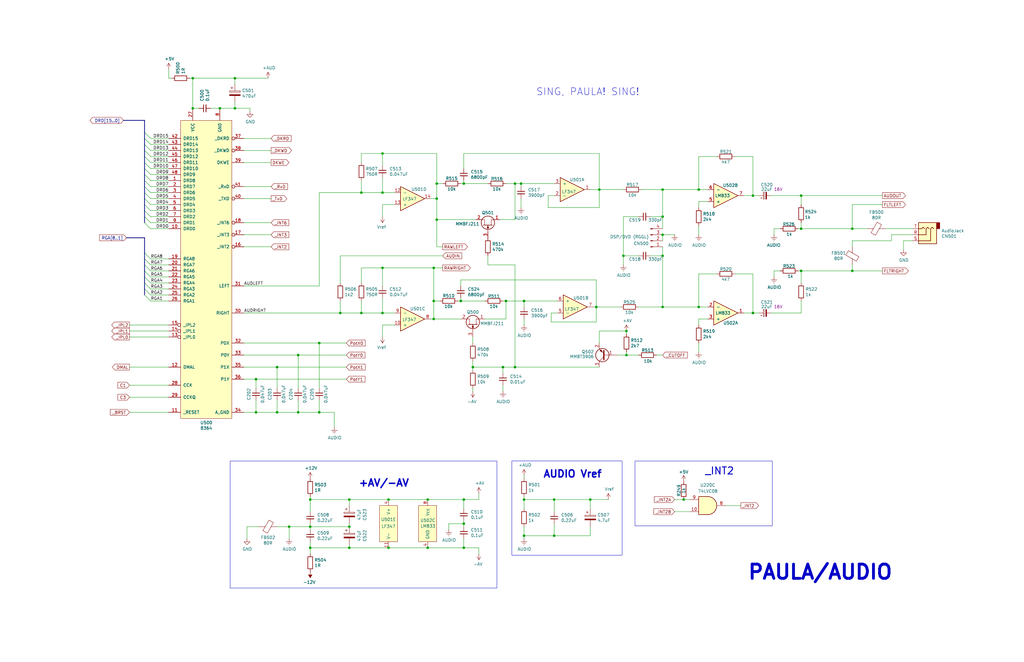
<source format=kicad_sch>
(kicad_sch (version 20231120) (generator "eeschema") (generator_version "8.0")
  (paper "B")
  (title_block (title "AMIGA PCI") (date "2025-01-11") (rev "5.0"))
  (junction (at 217.17 77.47))
  (junction (at 219.71 77.47))
  (junction (at 184.15 77.47))
  (junction (at 116.84 154.94))
  (junction (at 130.81 210.82))
  (junction (at 337.82 82.55))
  (junction (at 213.36 127))
  (junction (at 107.95 173.99))
  (junction (at 147.32 210.82))
  (junction (at 279.4 129.54))
  (junction (at 317.5 132.08))
  (junction (at 134.62 173.99))
  (junction (at 121.92 222.25))
  (junction (at 294.64 80.01))
  (junction (at 92.71 45.72))
  (junction (at 161.29 81.28))
  (junction (at 130.81 231.14))
  (junction (at 262.89 107.95))
  (junction (at 220.98 127))
  (junction (at 81.28 33.02))
  (junction (at 233.68 226.06))
  (junction (at 248.92 210.82))
  (junction (at 163.83 210.82))
  (junction (at 212.09 154.94))
  (junction (at 161.29 132.08))
  (junction (at 220.98 210.82))
  (junction (at 217.17 154.94))
  (junction (at 317.5 82.55))
  (junction (at 195.58 231.14))
  (junction (at 130.81 222.25))
  (junction (at 99.06 45.72))
  (junction (at 81.28 45.72))
  (junction (at 194.31 127))
  (junction (at 337.82 96.52))
  (junction (at 182.88 127))
  (junction (at 147.32 222.25))
  (junction (at 99.06 33.02))
  (junction (at 279.4 80.01))
  (junction (at 220.98 226.06))
  (junction (at 195.58 77.47))
  (junction (at 182.88 134.62))
  (junction (at 163.83 231.14))
  (junction (at 264.16 139.7))
  (junction (at 125.73 149.86))
  (junction (at 195.58 220.98))
  (junction (at 182.88 113.03))
  (junction (at 134.62 144.78))
  (junction (at 107.95 160.02))
  (junction (at 359.41 114.3))
  (junction (at 152.4 81.28))
  (junction (at 279.4 91.44))
  (junction (at 288.29 210.82))
  (junction (at 184.15 92.71))
  (junction (at 359.41 96.52))
  (junction (at 337.82 114.3))
  (junction (at 180.34 231.14))
  (junction (at 152.4 132.08))
  (junction (at 125.73 173.99))
  (junction (at 279.4 107.95))
  (junction (at 264.16 149.86))
  (junction (at 279.4 99.06))
  (junction (at 161.29 113.03))
  (junction (at 233.68 210.82))
  (junction (at 116.84 173.99))
  (junction (at 252.73 80.01))
  (junction (at 147.32 231.14))
  (junction (at 251.46 129.54))
  (junction (at 161.29 64.77))
  (junction (at 180.34 210.82))
  (junction (at 184.15 83.82))
  (junction (at 199.39 154.94))
  (junction (at 294.64 129.54))
  (junction (at 195.58 210.82))
  (junction (at 143.51 132.08))
  (bus_entry (at 63.5 66.04) (size -2.54 -2.54))
  (bus_entry (at 63.5 88.9) (size -2.54 -2.54))
  (bus_entry (at 63.5 60.96) (size -2.54 -2.54))
  (bus_entry (at 63.5 114.3) (size -2.54 -2.54))
  (bus_entry (at 63.5 119.38) (size -2.54 -2.54))
  (bus_entry (at 63.5 83.82) (size -2.54 -2.54))
  (bus_entry (at 63.5 76.2) (size -2.54 -2.54))
  (bus_entry (at 63.5 91.44) (size -2.54 -2.54))
  (bus_entry (at 63.5 81.28) (size -2.54 -2.54))
  (bus_entry (at 63.5 63.5) (size -2.54 -2.54))
  (bus_entry (at 63.5 111.76) (size -2.54 -2.54))
  (bus_entry (at 63.5 73.66) (size -2.54 -2.54))
  (bus_entry (at 63.5 58.42) (size -2.54 -2.54))
  (bus_entry (at 63.5 68.58) (size -2.54 -2.54))
  (bus_entry (at 63.5 124.46) (size -2.54 -2.54))
  (bus_entry (at 63.5 86.36) (size -2.54 -2.54))
  (bus_entry (at 63.5 121.92) (size -2.54 -2.54))
  (bus_entry (at 63.5 96.52) (size -2.54 -2.54))
  (bus_entry (at 63.5 78.74) (size -2.54 -2.54))
  (bus_entry (at 63.5 109.22) (size -2.54 -2.54))
  (bus_entry (at 63.5 127) (size -2.54 -2.54))
  (bus_entry (at 63.5 116.84) (size -2.54 -2.54))
  (bus_entry (at 63.5 93.98) (size -2.54 -2.54))
  (bus_entry (at 63.5 71.12) (size -2.54 -2.54))
  (wire (pts (xy 54.61 142.24) (xy 71.12 142.24)))
  (wire (pts (xy 99.06 45.72) (xy 99.06 43.18)))
  (wire (pts (xy 130.81 210.82) (xy 147.32 210.82)))
  (wire (pts (xy 147.32 220.98) (xy 147.32 222.25)))
  (wire (pts (xy 337.82 96.52) (xy 359.41 96.52)))
  (wire (pts (xy 317.5 82.55) (xy 317.5 66.04)))
  (wire (pts (xy 107.95 160.02) (xy 107.95 163.83)))
  (wire (pts (xy 233.68 220.98) (xy 233.68 226.06)))
  (wire (pts (xy 71.12 124.46) (xy 63.5 124.46)))
  (wire (pts (xy 210.82 92.71) (xy 217.17 92.71)))
  (bus (pts (xy 60.96 63.5) (xy 60.96 66.04)))
  (wire (pts (xy 182.88 113.03) (xy 161.29 113.03)))
  (wire (pts (xy 104.14 222.25) (xy 109.22 222.25)))
  (bus (pts (xy 60.96 81.28) (xy 60.96 83.82)))
  (wire (pts (xy 217.17 154.94) (xy 252.73 154.94)))
  (bus (pts (xy 60.96 88.9) (xy 60.96 91.44)))
  (bus (pts (xy 60.96 106.68) (xy 60.96 109.22)))
  (wire (pts (xy 182.88 134.62) (xy 182.88 127)))
  (wire (pts (xy 212.09 162.56) (xy 212.09 165.1)))
  (wire (pts (xy 102.87 173.99) (xy 107.95 173.99)))
  (wire (pts (xy 381 101.6) (xy 381 105.41)))
  (wire (pts (xy 264.16 148.59) (xy 264.16 149.86)))
  (wire (pts (xy 205.74 111.76) (xy 217.17 111.76)))
  (wire (pts (xy 71.12 66.04) (xy 63.5 66.04)))
  (wire (pts (xy 161.29 81.28) (xy 166.37 81.28)))
  (wire (pts (xy 71.12 63.5) (xy 63.5 63.5)))
  (bus (pts (xy 60.96 50.8) (xy 60.96 55.88)))
  (wire (pts (xy 184.15 92.71) (xy 184.15 104.14)))
  (wire (pts (xy 294.64 66.04) (xy 294.64 80.01)))
  (wire (pts (xy 336.55 114.3) (xy 337.82 114.3)))
  (wire (pts (xy 184.15 83.82) (xy 184.15 92.71)))
  (wire (pts (xy 217.17 77.47) (xy 219.71 77.47)))
  (wire (pts (xy 161.29 74.93) (xy 161.29 81.28)))
  (wire (pts (xy 359.41 101.6) (xy 375.92 101.6)))
  (wire (pts (xy 54.61 173.99) (xy 71.12 173.99)))
  (wire (pts (xy 71.12 93.98) (xy 63.5 93.98)))
  (wire (pts (xy 284.48 215.9) (xy 290.83 215.9)))
  (wire (pts (xy 262.89 107.95) (xy 269.24 107.95)))
  (wire (pts (xy 182.88 127) (xy 185.42 127)))
  (wire (pts (xy 220.98 210.82) (xy 220.98 214.63)))
  (wire (pts (xy 102.87 154.94) (xy 116.84 154.94)))
  (wire (pts (xy 302.26 66.04) (xy 294.64 66.04)))
  (wire (pts (xy 262.89 111.76) (xy 262.89 107.95)))
  (wire (pts (xy 359.41 114.3) (xy 359.41 111.76)))
  (wire (pts (xy 234.95 132.08) (xy 232.41 132.08)))
  (wire (pts (xy 212.09 154.94) (xy 212.09 157.48)))
  (wire (pts (xy 152.4 64.77) (xy 161.29 64.77)))
  (wire (pts (xy 195.58 210.82) (xy 201.93 210.82)))
  (wire (pts (xy 279.4 107.95) (xy 279.4 129.54)))
  (wire (pts (xy 302.26 115.57) (xy 294.64 115.57)))
  (wire (pts (xy 294.64 134.62) (xy 294.64 137.16)))
  (wire (pts (xy 130.81 222.25) (xy 147.32 222.25)))
  (wire (pts (xy 313.69 82.55) (xy 317.5 82.55)))
  (wire (pts (xy 231.14 82.55) (xy 233.68 82.55)))
  (wire (pts (xy 152.4 68.58) (xy 152.4 64.77)))
  (wire (pts (xy 134.62 173.99) (xy 140.97 173.99)))
  (wire (pts (xy 71.12 33.02) (xy 72.39 33.02)))
  (wire (pts (xy 204.47 134.62) (xy 213.36 134.62)))
  (wire (pts (xy 199.39 142.24) (xy 199.39 144.78)))
  (wire (pts (xy 375.92 99.06) (xy 384.81 99.06)))
  (wire (pts (xy 233.68 226.06) (xy 248.92 226.06)))
  (wire (pts (xy 294.64 80.01) (xy 298.45 80.01)))
  (wire (pts (xy 152.4 132.08) (xy 161.29 132.08)))
  (wire (pts (xy 269.24 91.44) (xy 262.89 91.44)))
  (wire (pts (xy 71.12 86.36) (xy 63.5 86.36)))
  (wire (pts (xy 130.81 210.82) (xy 130.81 215.9)))
  (wire (pts (xy 182.88 113.03) (xy 182.88 127)))
  (wire (pts (xy 269.24 129.54) (xy 279.4 129.54)))
  (wire (pts (xy 121.92 222.25) (xy 116.84 222.25)))
  (wire (pts (xy 147.32 231.14) (xy 163.83 231.14)))
  (wire (pts (xy 130.81 209.55) (xy 130.81 210.82)))
  (wire (pts (xy 274.32 107.95) (xy 279.4 107.95)))
  (bus (pts (xy 60.96 73.66) (xy 60.96 76.2)))
  (wire (pts (xy 195.58 77.47) (xy 205.74 77.47)))
  (wire (pts (xy 181.61 83.82) (xy 184.15 83.82)))
  (wire (pts (xy 195.58 64.77) (xy 252.73 64.77)))
  (wire (pts (xy 220.98 209.55) (xy 220.98 210.82)))
  (wire (pts (xy 147.32 231.14) (xy 130.81 231.14)))
  (wire (pts (xy 373.38 96.52) (xy 384.81 96.52)))
  (wire (pts (xy 116.84 154.94) (xy 146.05 154.94)))
  (wire (pts (xy 152.4 81.28) (xy 161.29 81.28)))
  (wire (pts (xy 161.29 86.36) (xy 161.29 91.44)))
  (wire (pts (xy 182.88 134.62) (xy 194.31 134.62)))
  (wire (pts (xy 184.15 83.82) (xy 184.15 77.47)))
  (wire (pts (xy 184.15 77.47) (xy 184.15 64.77)))
  (wire (pts (xy 359.41 96.52) (xy 359.41 86.36)))
  (wire (pts (xy 252.73 80.01) (xy 252.73 64.77)))
  (wire (pts (xy 143.51 132.08) (xy 152.4 132.08)))
  (wire (pts (xy 317.5 115.57) (xy 309.88 115.57)))
  (wire (pts (xy 248.92 210.82) (xy 256.54 210.82)))
  (wire (pts (xy 152.4 76.2) (xy 152.4 81.28)))
  (wire (pts (xy 233.68 215.9) (xy 233.68 210.82)))
  (wire (pts (xy 252.73 139.7) (xy 264.16 139.7)))
  (wire (pts (xy 107.95 160.02) (xy 146.05 160.02)))
  (wire (pts (xy 71.12 83.82) (xy 63.5 83.82)))
  (wire (pts (xy 231.14 82.55) (xy 231.14 87.63)))
  (wire (pts (xy 220.98 227.33) (xy 220.98 226.06)))
  (wire (pts (xy 114.3 99.06) (xy 102.87 99.06)))
  (wire (pts (xy 326.39 96.52) (xy 326.39 99.06)))
  (wire (pts (xy 71.12 76.2) (xy 63.5 76.2)))
  (wire (pts (xy 81.28 33.02) (xy 99.06 33.02)))
  (wire (pts (xy 152.4 127) (xy 152.4 132.08)))
  (wire (pts (xy 102.87 144.78) (xy 134.62 144.78)))
  (wire (pts (xy 217.17 111.76) (xy 217.17 154.94)))
  (wire (pts (xy 184.15 77.47) (xy 186.69 77.47)))
  (wire (pts (xy 279.4 80.01) (xy 294.64 80.01)))
  (wire (pts (xy 279.4 91.44) (xy 279.4 80.01)))
  (wire (pts (xy 248.92 80.01) (xy 252.73 80.01)))
  (wire (pts (xy 294.64 85.09) (xy 294.64 87.63)))
  (wire (pts (xy 116.84 154.94) (xy 116.84 163.83)))
  (wire (pts (xy 220.98 134.62) (xy 220.98 137.16)))
  (wire (pts (xy 195.58 227.33) (xy 195.58 231.14)))
  (wire (pts (xy 184.15 104.14) (xy 186.69 104.14)))
  (bus (pts (xy 60.96 66.04) (xy 60.96 68.58)))
  (wire (pts (xy 219.71 83.82) (xy 219.71 87.63)))
  (wire (pts (xy 186.69 107.95) (xy 143.51 107.95)))
  (wire (pts (xy 194.31 127) (xy 204.47 127)))
  (wire (pts (xy 317.5 66.04) (xy 309.88 66.04)))
  (wire (pts (xy 359.41 86.36) (xy 372.11 86.36)))
  (bus (pts (xy 60.96 50.8) (xy 52.07 50.8)))
  (wire (pts (xy 71.12 127) (xy 63.5 127)))
  (bus (pts (xy 60.96 71.12) (xy 60.96 73.66)))
  (wire (pts (xy 264.16 149.86) (xy 269.24 149.86)))
  (wire (pts (xy 288.29 210.82) (xy 290.83 210.82)))
  (wire (pts (xy 232.41 135.89) (xy 251.46 135.89)))
  (wire (pts (xy 359.41 114.3) (xy 372.11 114.3)))
  (wire (pts (xy 248.92 214.63) (xy 248.92 210.82)))
  (wire (pts (xy 130.81 222.25) (xy 130.81 223.52)))
  (wire (pts (xy 54.61 139.7) (xy 71.12 139.7)))
  (wire (pts (xy 104.14 222.25) (xy 104.14 227.33)))
  (wire (pts (xy 194.31 125.73) (xy 194.31 127)))
  (wire (pts (xy 130.81 233.68) (xy 130.81 231.14)))
  (wire (pts (xy 80.01 33.02) (xy 81.28 33.02)))
  (wire (pts (xy 71.12 88.9) (xy 63.5 88.9)))
  (wire (pts (xy 143.51 127) (xy 143.51 132.08)))
  (wire (pts (xy 71.12 73.66) (xy 63.5 73.66)))
  (wire (pts (xy 134.62 144.78) (xy 134.62 163.83)))
  (wire (pts (xy 195.58 231.14) (xy 201.93 231.14)))
  (wire (pts (xy 326.39 114.3) (xy 326.39 116.84)))
  (wire (pts (xy 252.73 80.01) (xy 262.89 80.01)))
  (wire (pts (xy 121.92 222.25) (xy 121.92 227.33)))
  (wire (pts (xy 233.68 210.82) (xy 248.92 210.82)))
  (wire (pts (xy 337.82 114.3) (xy 359.41 114.3)))
  (wire (pts (xy 114.3 63.5) (xy 102.87 63.5)))
  (wire (pts (xy 161.29 125.73) (xy 161.29 132.08)))
  (wire (pts (xy 220.98 226.06) (xy 233.68 226.06)))
  (wire (pts (xy 220.98 127) (xy 234.95 127)))
  (bus (pts (xy 60.96 91.44) (xy 60.96 93.98)))
  (wire (pts (xy 270.51 80.01) (xy 279.4 80.01)))
  (wire (pts (xy 99.06 35.56) (xy 99.06 33.02)))
  (wire (pts (xy 147.32 210.82) (xy 163.83 210.82)))
  (wire (pts (xy 71.12 109.22) (xy 63.5 109.22)))
  (wire (pts (xy 359.41 96.52) (xy 365.76 96.52)))
  (wire (pts (xy 279.4 91.44) (xy 279.4 96.52)))
  (wire (pts (xy 114.3 83.82) (xy 102.87 83.82)))
  (wire (pts (xy 147.32 210.82) (xy 147.32 213.36)))
  (wire (pts (xy 163.83 231.14) (xy 180.34 231.14)))
  (wire (pts (xy 161.29 132.08) (xy 166.37 132.08)))
  (wire (pts (xy 199.39 154.94) (xy 212.09 154.94)))
  (wire (pts (xy 201.93 231.14) (xy 201.93 233.68)))
  (wire (pts (xy 279.4 99.06) (xy 284.48 99.06)))
  (wire (pts (xy 328.93 96.52) (xy 326.39 96.52)))
  (wire (pts (xy 114.3 68.58) (xy 102.87 68.58)))
  (wire (pts (xy 107.95 173.99) (xy 116.84 173.99)))
  (wire (pts (xy 161.29 113.03) (xy 152.4 113.03)))
  (bus (pts (xy 60.96 58.42) (xy 60.96 60.96)))
  (wire (pts (xy 54.61 154.94) (xy 71.12 154.94)))
  (wire (pts (xy 262.89 91.44) (xy 262.89 107.95)))
  (wire (pts (xy 71.12 60.96) (xy 63.5 60.96)))
  (wire (pts (xy 359.41 104.14) (xy 359.41 101.6)))
  (wire (pts (xy 130.81 231.14) (xy 130.81 228.6)))
  (bus (pts (xy 60.96 60.96) (xy 60.96 63.5)))
  (wire (pts (xy 166.37 86.36) (xy 161.29 86.36)))
  (wire (pts (xy 298.45 85.09) (xy 294.64 85.09)))
  (wire (pts (xy 125.73 168.91) (xy 125.73 173.99)))
  (wire (pts (xy 114.3 78.74) (xy 102.87 78.74)))
  (wire (pts (xy 231.14 87.63) (xy 252.73 87.63)))
  (bus (pts (xy 60.96 100.33) (xy 53.34 100.33)))
  (wire (pts (xy 298.45 134.62) (xy 294.64 134.62)))
  (wire (pts (xy 102.87 160.02) (xy 107.95 160.02)))
  (wire (pts (xy 125.73 173.99) (xy 134.62 173.99)))
  (wire (pts (xy 375.92 101.6) (xy 375.92 99.06)))
  (wire (pts (xy 71.12 119.38) (xy 63.5 119.38)))
  (wire (pts (xy 337.82 86.36) (xy 337.82 82.55)))
  (wire (pts (xy 219.71 78.74) (xy 219.71 77.47)))
  (wire (pts (xy 163.83 210.82) (xy 180.34 210.82)))
  (wire (pts (xy 125.73 149.86) (xy 146.05 149.86)))
  (wire (pts (xy 337.82 127) (xy 337.82 132.08)))
  (wire (pts (xy 134.62 81.28) (xy 152.4 81.28)))
  (wire (pts (xy 180.34 210.82) (xy 195.58 210.82)))
  (wire (pts (xy 71.12 71.12) (xy 63.5 71.12)))
  (wire (pts (xy 189.23 220.98) (xy 189.23 223.52)))
  (wire (pts (xy 279.4 91.44) (xy 274.32 91.44)))
  (wire (pts (xy 317.5 132.08) (xy 317.5 115.57)))
  (wire (pts (xy 279.4 99.06) (xy 279.4 101.6)))
  (wire (pts (xy 195.58 219.71) (xy 195.58 220.98)))
  (wire (pts (xy 184.15 92.71) (xy 200.66 92.71)))
  (wire (pts (xy 116.84 173.99) (xy 125.73 173.99)))
  (wire (pts (xy 189.23 220.98) (xy 195.58 220.98)))
  (wire (pts (xy 140.97 180.34) (xy 140.97 173.99)))
  (wire (pts (xy 199.39 152.4) (xy 199.39 154.94)))
  (wire (pts (xy 294.64 115.57) (xy 294.64 129.54)))
  (wire (pts (xy 71.12 78.74) (xy 63.5 78.74)))
  (bus (pts (xy 60.96 121.92) (xy 60.96 124.46)))
  (wire (pts (xy 107.95 168.91) (xy 107.95 173.99)))
  (wire (pts (xy 325.12 132.08) (xy 337.82 132.08)))
  (wire (pts (xy 325.12 82.55) (xy 337.82 82.55)))
  (wire (pts (xy 220.98 200.66) (xy 220.98 201.93)))
  (wire (pts (xy 180.34 231.14) (xy 195.58 231.14)))
  (wire (pts (xy 217.17 77.47) (xy 213.36 77.47)))
  (wire (pts (xy 220.98 129.54) (xy 220.98 127)))
  (wire (pts (xy 102.87 132.08) (xy 143.51 132.08)))
  (wire (pts (xy 336.55 96.52) (xy 337.82 96.52)))
  (wire (pts (xy 284.48 210.82) (xy 288.29 210.82)))
  (wire (pts (xy 195.58 71.12) (xy 195.58 64.77)))
  (wire (pts (xy 337.82 114.3) (xy 337.82 119.38)))
  (wire (pts (xy 181.61 134.62) (xy 182.88 134.62)))
  (wire (pts (xy 161.29 64.77) (xy 161.29 69.85)))
  (wire (pts (xy 71.12 68.58) (xy 63.5 68.58)))
  (bus (pts (xy 60.96 86.36) (xy 60.96 88.9)))
  (wire (pts (xy 182.88 113.03) (xy 186.69 113.03)))
  (wire (pts (xy 220.98 222.25) (xy 220.98 226.06)))
  (wire (pts (xy 294.64 95.25) (xy 294.64 99.06)))
  (wire (pts (xy 147.32 231.14) (xy 147.32 229.87)))
  (wire (pts (xy 114.3 104.14) (xy 102.87 104.14)))
  (wire (pts (xy 71.12 121.92) (xy 63.5 121.92)))
  (wire (pts (xy 217.17 92.71) (xy 217.17 77.47)))
  (wire (pts (xy 337.82 96.52) (xy 337.82 93.98)))
  (wire (pts (xy 219.71 77.47) (xy 233.68 77.47)))
  (wire (pts (xy 134.62 144.78) (xy 146.05 144.78)))
  (wire (pts (xy 54.61 137.16) (xy 71.12 137.16)))
  (wire (pts (xy 276.86 149.86) (xy 279.4 149.86)))
  (wire (pts (xy 116.84 168.91) (xy 116.84 173.99)))
  (wire (pts (xy 199.39 154.94) (xy 199.39 156.21)))
  (wire (pts (xy 195.58 220.98) (xy 195.58 222.25)))
  (wire (pts (xy 279.4 104.14) (xy 279.4 107.95)))
  (wire (pts (xy 212.09 154.94) (xy 217.17 154.94)))
  (bus (pts (xy 60.96 100.33) (xy 60.96 106.68)))
  (wire (pts (xy 114.3 93.98) (xy 102.87 93.98)))
  (wire (pts (xy 71.12 91.44) (xy 63.5 91.44)))
  (wire (pts (xy 248.92 226.06) (xy 248.92 222.25)))
  (wire (pts (xy 71.12 81.28) (xy 63.5 81.28)))
  (wire (pts (xy 328.93 114.3) (xy 326.39 114.3)))
  (wire (pts (xy 161.29 64.77) (xy 184.15 64.77)))
  (wire (pts (xy 306.07 213.36) (xy 312.42 213.36)))
  (wire (pts (xy 260.35 149.86) (xy 264.16 149.86)))
  (wire (pts (xy 205.74 107.95) (xy 205.74 111.76)))
  (wire (pts (xy 213.36 127) (xy 220.98 127)))
  (wire (pts (xy 320.04 132.08) (xy 317.5 132.08)))
  (bus (pts (xy 60.96 111.76) (xy 60.96 114.3)))
  (wire (pts (xy 384.81 101.6) (xy 381 101.6)))
  (wire (pts (xy 99.06 33.02) (xy 113.03 33.02)))
  (bus (pts (xy 60.96 78.74) (xy 60.96 81.28)))
  (wire (pts (xy 143.51 107.95) (xy 143.51 119.38)))
  (bus (pts (xy 60.96 114.3) (xy 60.96 116.84)))
  (wire (pts (xy 71.12 116.84) (xy 63.5 116.84)))
  (wire (pts (xy 102.87 149.86) (xy 125.73 149.86)))
  (wire (pts (xy 279.4 129.54) (xy 294.64 129.54)))
  (wire (pts (xy 294.64 129.54) (xy 298.45 129.54)))
  (wire (pts (xy 193.04 127) (xy 194.31 127)))
  (wire (pts (xy 102.87 120.65) (xy 134.62 120.65)))
  (wire (pts (xy 194.31 118.11) (xy 251.46 118.11)))
  (wire (pts (xy 71.12 29.21) (xy 71.12 33.02)))
  (wire (pts (xy 81.28 45.72) (xy 81.28 33.02)))
  (wire (pts (xy 294.64 144.78) (xy 294.64 148.59)))
  (wire (pts (xy 251.46 129.54) (xy 261.62 129.54)))
  (wire (pts (xy 195.58 76.2) (xy 195.58 77.47)))
  (wire (pts (xy 71.12 96.52) (xy 63.5 96.52)))
  (wire (pts (xy 92.71 45.72) (xy 99.06 45.72)))
  (bus (pts (xy 60.96 116.84) (xy 60.96 119.38)))
  (bus (pts (xy 60.96 76.2) (xy 60.96 78.74)))
  (wire (pts (xy 88.9 45.72) (xy 92.71 45.72)))
  (wire (pts (xy 213.36 127) (xy 212.09 127)))
  (wire (pts (xy 251.46 135.89) (xy 251.46 129.54)))
  (wire (pts (xy 99.06 45.72) (xy 105.41 45.72)))
  (wire (pts (xy 213.36 134.62) (xy 213.36 127)))
  (wire (pts (xy 83.82 45.72) (xy 81.28 45.72)))
  (bus (pts (xy 60.96 68.58) (xy 60.96 71.12)))
  (wire (pts (xy 252.73 87.63) (xy 252.73 80.01)))
  (wire (pts (xy 152.4 113.03) (xy 152.4 119.38)))
  (bus (pts (xy 60.96 55.88) (xy 60.96 58.42)))
  (wire (pts (xy 134.62 168.91) (xy 134.62 173.99)))
  (wire (pts (xy 114.3 58.42) (xy 102.87 58.42)))
  (wire (pts (xy 201.93 210.82) (xy 201.93 208.28)))
  (wire (pts (xy 130.81 220.98) (xy 130.81 222.25)))
  (wire (pts (xy 134.62 120.65) (xy 134.62 81.28)))
  (wire (pts (xy 220.98 210.82) (xy 233.68 210.82)))
  (wire (pts (xy 54.61 167.64) (xy 71.12 167.64)))
  (bus (pts (xy 60.96 83.82) (xy 60.96 86.36)))
  (wire (pts (xy 313.69 132.08) (xy 317.5 132.08)))
  (wire (pts (xy 199.39 163.83) (xy 199.39 165.1)))
  (wire (pts (xy 194.31 77.47) (xy 195.58 77.47)))
  (wire (pts (xy 125.73 149.86) (xy 125.73 163.83)))
  (wire (pts (xy 264.16 139.7) (xy 264.16 140.97)))
  (wire (pts (xy 232.41 132.08) (xy 232.41 135.89)))
  (bus (pts (xy 60.96 109.22) (xy 60.96 111.76)))
  (wire (pts (xy 105.41 45.72) (xy 105.41 46.99)))
  (wire (pts (xy 166.37 137.16) (xy 161.29 137.16)))
  (wire (pts (xy 54.61 162.56) (xy 71.12 162.56)))
  (wire (pts (xy 194.31 120.65) (xy 194.31 118.11)))
  (wire (pts (xy 71.12 114.3) (xy 63.5 114.3)))
  (wire (pts (xy 251.46 129.54) (xy 251.46 118.11)))
  (wire (pts (xy 161.29 113.03) (xy 161.29 120.65)))
  (wire (pts (xy 337.82 82.55) (xy 372.11 82.55)))
  (wire (pts (xy 71.12 58.42) (xy 63.5 58.42)))
  (wire (pts (xy 195.58 210.82) (xy 195.58 214.63)))
  (wire (pts (xy 161.29 137.16) (xy 161.29 142.24)))
  (wire (pts (xy 121.92 222.25) (xy 130.81 222.25)))
  (wire (pts (xy 252.73 144.78) (xy 252.73 139.7)))
  (bus (pts (xy 60.96 119.38) (xy 60.96 121.92)))
  (wire (pts (xy 71.12 111.76) (xy 63.5 111.76)))
  (wire (pts (xy 320.04 82.55) (xy 317.5 82.55)))
  (wire (pts (xy 250.19 129.54) (xy 251.46 129.54)))
  (rectangle (start 215.8492 194.5386) (end 262.3312 234.2896))
  (rectangle (start 97.028 194.564) (end 209.55 248.158))
  (rectangle (start 267.7668 194.564) (end 325.7 221.8944))
  (text "AUDIO Vref" (at 254 201.93 0) (effects (font (size 3 3) (thickness 0.6) (bold yes)) (justify right bottom)))
  (text "SING, PAULA! SING!" (at 226.06 40.64 0) (effects (font (size 3 3)) (justify left bottom)))
  (text "+AV/-AV" (at 172.72 205.74 0) (effects (font (size 3 3) (thickness 0.6) (bold yes)) (justify right bottom)))
  (text "_INT2" (at 297.18 200.66 0) (effects (font (size 3 3) (thickness 0.4) (bold yes)) (justify left bottom)))
  (text "PAULA/AUDIO" (at 314.96 245.11 0) (effects (font (size 6 6) (thickness 1.2) (bold yes)) (justify left bottom)))
  (label "DRD2" (at 71.12 91.44 180) (effects (font (size 1.2954 1.2954))))
  (label "DRD3" (at 71.12 88.9 180) (effects (font (size 1.2954 1.2954))))
  (label "DRD6" (at 71.12 81.28 180) (effects (font (size 1.2954 1.2954))))
  (label "DRD14" (at 71.12 60.96 180) (effects (font (size 1.2954 1.2954))))
  (label "DRD7" (at 71.12 78.74 180) (effects (font (size 1.2954 1.2954))))
  (label "DRD0" (at 71.12 96.52 180) (effects (font (size 1.2954 1.2954))))
  (label "RGA7" (at 63.5 111.76 0) (effects (font (size 1.2954 1.2954))))
  (label "RGA4" (at 63.5 119.38 0) (effects (font (size 1.2954 1.2954))))
  (label "DRD4" (at 71.12 86.36 180) (effects (font (size 1.2954 1.2954))))
  (label "RGA6" (at 63.5 114.3 0) (effects (font (size 1.2954 1.2954))))
  (label "DRD5" (at 71.12 83.82 180) (effects (font (size 1.2954 1.2954))))
  (label "RGA3" (at 63.5 121.92 0) (effects (font (size 1.2954 1.2954))))
  (label "AUDRIGHT" (at 102.87 132.08 0))
  (label "DRD11" (at 71.12 68.58 180) (effects (font (size 1.2954 1.2954))))
  (label "RGA2" (at 63.5 124.46 0) (effects (font (size 1.2954 1.2954))))
  (label "DRD8" (at 71.12 76.2 180) (effects (font (size 1.2954 1.2954))))
  (label "DRD1" (at 71.12 93.98 180) (effects (font (size 1.2954 1.2954))))
  (label "DRD9" (at 71.12 73.66 180) (effects (font (size 1.2954 1.2954))))
  (label "DRD13" (at 71.12 63.5 180) (effects (font (size 1.2954 1.2954))))
  (label "DRD15" (at 71.12 58.42 180) (effects (font (size 1.2954 1.2954))))
  (label "RGA8" (at 63.5 109.22 0) (effects (font (size 1.2954 1.2954))))
  (label "AUDLEFT" (at 102.87 120.65 0))
  (label "RGA5" (at 63.5 116.84 0) (effects (font (size 1.2954 1.2954))))
  (label "DRD10" (at 71.12 71.12 180) (effects (font (size 1.2954 1.2954))))
  (label "RGA1" (at 63.5 127 0) (effects (font (size 1.2954 1.2954))))
  (label "DRD12" (at 71.12 66.04 180) (effects (font (size 1.2954 1.2954))))
  (global_label "_INT2" (shape input) (at 114.3 104.14 0) (property "Intersheetrefs" "${INTERSHEET_REFS}" (at 122.2858 104.14 0) (effects (justify left))))
  (global_label "FLTRIGHT" (shape output) (at 372.11 114.3 0) (property "Intersheetrefs" "${INTERSHEET_REFS}" (at 383.543 114.3 0) (effects (justify left))))
  (global_label "PotX1" (shape input) (at 146.05 154.94 0) (property "Intersheetrefs" "${INTERSHEET_REFS}" (at 154.5195 154.94 0) (effects (justify left))))
  (global_label "DMAL" (shape output) (at 54.61 154.94 180) (property "Intersheetrefs" "${INTERSHEET_REFS}" (at 46.8661 154.94 0) (effects (justify right))))
  (global_label "_INT2A" (shape input) (at 284.48 210.82 180) (property "Intersheetrefs" "${INTERSHEET_REFS}" (at 275.3262 210.82 0) (effects (justify right))))
  (global_label "_INT6" (shape input) (at 114.3 93.98 0) (property "Intersheetrefs" "${INTERSHEET_REFS}" (at 122.2858 93.98 0) (effects (justify left))))
  (global_label "DRD[15..0]" (shape bidirectional) (at 52.07 50.8 180) (effects (font (size 1.2954 1.2954))) (property "Intersheetrefs" "${INTERSHEET_REFS}" (at 37.4248 50.8 0) (effects (justify right))))
  (global_label "AUDIN" (shape input) (at 186.69 107.95 0) (property "Intersheetrefs" "${INTERSHEET_REFS}" (at 195.2202 107.95 0) (effects (justify left))))
  (global_label "C1" (shape input) (at 54.61 162.56 180) (property "Intersheetrefs" "${INTERSHEET_REFS}" (at 49.2247 162.56 0) (effects (justify right))))
  (global_label "_INT2" (shape output) (at 312.42 213.36 0) (property "Intersheetrefs" "${INTERSHEET_REFS}" (at 320.4852 213.36 0) (effects (justify left))))
  (global_label "PotY0" (shape input) (at 146.05 149.86 0) (property "Intersheetrefs" "${INTERSHEET_REFS}" (at 154.3986 149.86 0) (effects (justify left))))
  (global_label "_IPL0" (shape output) (at 54.61 142.24 180) (property "Intersheetrefs" "${INTERSHEET_REFS}" (at 46.6242 142.24 0) (effects (justify right))))
  (global_label "C3" (shape input) (at 54.61 167.64 180) (property "Intersheetrefs" "${INTERSHEET_REFS}" (at 49.2247 167.64 0) (effects (justify right))))
  (global_label "_RxD" (shape input) (at 114.3 78.74 0) (property "Intersheetrefs" "${INTERSHEET_REFS}" (at 121.7415 78.74 0) (effects (justify left))))
  (global_label "PotY1" (shape input) (at 146.05 160.02 0) (property "Intersheetrefs" "${INTERSHEET_REFS}" (at 154.3986 160.02 0) (effects (justify left))))
  (global_label "PotX0" (shape input) (at 146.05 144.78 0) (property "Intersheetrefs" "${INTERSHEET_REFS}" (at 154.5195 144.78 0) (effects (justify left))))
  (global_label "DKWE" (shape output) (at 114.3 68.58 0) (property "Intersheetrefs" "${INTERSHEET_REFS}" (at 122.3462 68.58 0) (effects (justify left))))
  (global_label "RGA[8..1]" (shape input) (at 53.34 100.33 180) (property "Intersheetrefs" "${INTERSHEET_REFS}" (at 41.4836 100.33 0) (effects (justify right))))
  (global_label "FLTLEFT" (shape output) (at 372.11 86.36 0) (property "Intersheetrefs" "${INTERSHEET_REFS}" (at 382.3334 86.36 0) (effects (justify left))))
  (global_label "_IPL1" (shape output) (at 54.61 139.7 180) (property "Intersheetrefs" "${INTERSHEET_REFS}" (at 46.6242 139.7 0) (effects (justify right))))
  (global_label "_BRST" (shape input) (at 54.61 173.99 180) (property "Intersheetrefs" "${INTERSHEET_REFS}" (at 45.9401 173.99 0) (effects (justify right))))
  (global_label "_DKRD" (shape input) (at 114.3 58.42 0) (property "Intersheetrefs" "${INTERSHEET_REFS}" (at 123.2534 58.42 0) (effects (justify left))))
  (global_label "_DKWD" (shape output) (at 114.3 63.5 0) (property "Intersheetrefs" "${INTERSHEET_REFS}" (at 123.4348 63.5 0) (effects (justify left))))
  (global_label "RAWRIGHT" (shape output) (at 186.69 113.03 0) (property "Intersheetrefs" "${INTERSHEET_REFS}" (at 198.8487 113.03 0) (effects (justify left))))
  (global_label "_TxD" (shape output) (at 114.3 83.82 0) (property "Intersheetrefs" "${INTERSHEET_REFS}" (at 121.4391 83.82 0) (effects (justify left))))
  (global_label "_INT2B" (shape input) (at 284.48 215.9 180) (property "Intersheetrefs" "${INTERSHEET_REFS}" (at 275.1448 215.9 0) (effects (justify right))))
  (global_label "RAWLEFT" (shape output) (at 186.69 104.14 0) (property "Intersheetrefs" "${INTERSHEET_REFS}" (at 197.6391 104.14 0) (effects (justify left))))
  (global_label "_IPL2" (shape output) (at 54.61 137.16 180) (property "Intersheetrefs" "${INTERSHEET_REFS}" (at 46.6242 137.16 0) (effects (justify right))))
  (global_label "_CUTOFF" (shape input) (at 279.4 149.86 0) (property "Intersheetrefs" "${INTERSHEET_REFS}" (at 290.3492 149.86 0) (effects (justify left))))
  (global_label "AUDOUT" (shape output) (at 372.11 82.55 0) (property "Intersheetrefs" "${INTERSHEET_REFS}" (at 382.3335 82.55 0) (effects (justify left))))
  (global_label "_INT3" (shape input) (at 114.3 99.06 0) (property "Intersheetrefs" "${INTERSHEET_REFS}" (at 122.2858 99.06 0) (effects (justify left))))
  (symbol (lib_id "AmigaPCI-Symbols:AUDIO GND") (at 121.92 227.33 0) (unit 1)
    (property "Reference" "#PWR091" (effects (hide yes)))
    (property "Value" "AUDIO" (at 122.047 231.7242 0))
    (instances (project "AmigaPCI Mainboard" (path "" (reference "#PWR091") (unit 1))) (project "2000ATX" (path "" (reference "#PWR0287") (unit 1))))
  )
  (symbol (lib_id "AmigaPCI-Symbols:+AV") (at 201.93 208.28 0) (unit 1)
    (property "Reference" "#+AV02" (effects (hide yes)))
    (property "Value" "+AV" (at 202.311 203.8858 0))
    (instances (project "AmigaPCI Mainboard" (path "" (reference "#+AV02") (unit 1))) (project "2000ATX" (path "" (reference "#+AV0101") (unit 1))))
  )
  (symbol (lib_id "Device:C_Small") (at 130.81 218.44 0) (unit 1)
    (property "Reference" "C508" (at 133.731 217.2716 0) (effects (justify left)))
    (property "Value" "0.22uF" (at 133.731 219.583 0) (effects (justify left)))
    (property "Footprint" "Capacitor_SMD:C_0603_1608Metric" (effects (hide yes)))
    (instances (project "AmigaPCI Mainboard" (path "" (reference "C508") (unit 1))) (project "2000ATX" (path "" (reference "C220") (unit 1))))
  )
  (symbol (lib_id "AmigaPCI-Symbols:Ferrite_Bead") (at 369.57 96.52 90) (unit 1)
    (property "Reference" "FB500" (at 369.57 89.5604 90))
    (property "Value" "80R" (at 369.57 91.8718 90))
    (property "Footprint" "Capacitor_SMD:C_0805_2012Metric" (effects (hide yes)))
    (instances (project "AmigaPCI Mainboard" (path "" (reference "FB500") (unit 1))) (project "2000ATX" (path "" (reference "FB401") (unit 1)) (path "" (reference "FB401") (unit 1))))
  )
  (symbol (lib_id "74xx:74LS08") (at 298.45 213.36 0) (unit 3)
    (property "Reference" "U220" (at 298.4417 204.724 0))
    (property "Value" "74LVC08" (at 298.4417 207.264 0))
    (property "Footprint" "Package_SO:TSSOP-14_4.4x5mm_P0.65mm" (effects (hide yes)))
    (property "Datasheet" "http://www.ti.com/lit/gpn/sn74LS08" (effects (hide yes)))
  )
  (symbol (lib_id "AmigaPCI-Symbols:+AV") (at 264.16 139.7 0) (unit 1)
    (property "Reference" "#+AV03" (effects (hide yes)))
    (property "Value" "+AV" (at 264.541 135.3058 0))
    (instances (project "AmigaPCI Mainboard" (path "" (reference "#+AV03") (unit 1))) (project "2000ATX" (path "" (reference "#+AV0102") (unit 1))))
  )
  (symbol (lib_id "power:+5V") (at 71.12 29.21 0) (unit 1)
    (property "Reference" "#PWR069" (effects (hide yes)))
    (property "Value" "+5V" (at 71.501 24.8158 0))
    (instances (project "AmigaPCI Mainboard" (path "" (reference "#PWR069") (unit 1))) (project "2000ATX" (path "" (reference "#PWR0276") (unit 1))))
  )
  (symbol (lib_id "Device:C_Polarized") (at 147.32 217.17 0) (unit 1)
    (property "Reference" "C523" (at 153.797 217.17 90))
    (property "Value" "47uF" (at 151.4856 217.17 90))
    (property "Footprint" "Capacitor_THT:CP_Radial_D5.0mm_P2.00mm" (effects (hide yes)))
    (instances (project "AmigaPCI Mainboard" (path "" (reference "C523") (unit 1))) (project "2000ATX" (path "" (reference "C222") (unit 1)) (path "" (reference "C222") (unit 1))))
  )
  (symbol (lib_id "Device:R") (at 143.51 123.19 0) (unit 1)
    (property "Reference" "R506" (at 145.288 122.0216 0) (effects (justify left)))
    (property "Value" "1k2" (at 145.288 124.333 0) (effects (justify left)))
    (property "Footprint" "Resistor_SMD:R_0603_1608Metric" (effects (hide yes)))
    (instances (project "AmigaPCI Mainboard" (path "" (reference "R506") (unit 1))) (project "2000ATX" (path "" (reference "R210") (unit 1))))
  )
  (symbol (lib_id "Connector:Conn_01x04_Pin") (at 274.32 101.6 0) (mirror x) (unit 1)
    (property "Reference" "CN500" (at 270.383 102.743 0))
    (property "Value" "DSP/DVD (RGGL)" (at 265.43 99.949 0))
    (property "Footprint" "Connector_PinHeader_2.54mm:PinHeader_1x04_P2.54mm_Vertical" (effects (hide yes)))
    (property "Part Number" "5-103639-3" (effects (hide yes)))
  )
  (symbol (lib_id "power:-12V") (at 130.81 241.3 180) (unit 1)
    (property "Reference" "#PWR093" (effects (hide yes)))
    (property "Value" "-12V" (at 130.429 245.6942 0))
    (instances (project "AmigaPCI Mainboard" (path "" (reference "#PWR093") (unit 1))) (project "2000ATX" (path "" (reference "#PWR0286") (unit 1))))
  )
  (symbol (lib_id "Device:R") (at 337.82 123.19 0) (unit 1)
    (property "Reference" "R522" (at 339.598 122.0216 0) (effects (justify left)))
    (property "Value" "1k" (at 339.598 124.333 0) (effects (justify left)))
    (property "Footprint" "Resistor_SMD:R_0603_1608Metric" (effects (hide yes)))
    (instances (project "AmigaPCI Mainboard" (path "" (reference "R522") (unit 1))) (project "2000ATX" (path "" (reference "R210") (unit 1))))
  )
  (symbol (lib_id "Device:R") (at 294.64 140.97 0) (unit 1)
    (property "Reference" "R519" (at 296.418 139.8016 0) (effects (justify left)))
    (property "Value" "2k4" (at 296.418 142.113 0) (effects (justify left)))
    (property "Footprint" "Resistor_SMD:R_0603_1608Metric" (effects (hide yes)))
    (instances (project "AmigaPCI Mainboard" (path "" (reference "R519") (unit 1))) (project "2000ATX" (path "" (reference "R210") (unit 1))))
  )
  (symbol (lib_id "Transistor_BJT:MMBT3906") (at 255.27 149.86 180) (unit 1)
    (property "Reference" "Q502" (at 250.444 148.463 0) (effects (justify left)))
    (property "Value" "MMBT3906" (at 250.444 150.495 0) (effects (justify left)))
    (property "Footprint" "Package_TO_SOT_SMD:SOT-23" (effects (hide yes)))
    (property "Datasheet" "https://www.onsemi.com/pdf/datasheet/pzt3906-d.pdf" (effects (hide yes)))
    (instances (project "AmigaPCI Mainboard" (path "" (reference "Q502") (unit 1))) (project "2000ATX" (path "" (reference "Q202") (unit 1))))
  )
  (symbol (lib_id "AmigaPCI-Symbols:LF347") (at 172.72 83.82 0) (mirror x) (unit 4)
    (property "Reference" "U501" (at 176.657 79.883 0))
    (property "Value" "LF347" (at 172.72 83.947 0))
    (property "Footprint" "Package_SO:SOIC-14_3.9x8.7mm_P1.27mm" (effects (hide yes)))
    (instances (project "AmigaPCI Mainboard" (path "" (reference "U501") (unit 4))) (project "2000ATX" (path "" (reference "U204") (unit 3))))
  )
  (symbol (lib_name "+5V_1") (lib_id "power:+5V") (at 288.29 203.2 0) (unit 1)
    (property "Reference" "#PWR0136" (effects (hide yes)))
    (property "Value" "+5V" (at 288.29 199.136 0))
    (property "Description" "Power symbol creates a global label with name \"+5V\"" (effects (hide yes)))
  )
  (symbol (lib_id "Device:R") (at 152.4 123.19 0) (unit 1)
    (property "Reference" "R505" (at 154.178 122.0216 0) (effects (justify left)))
    (property "Value" "750R" (at 154.178 124.333 0) (effects (justify left)))
    (property "Footprint" "Resistor_SMD:R_0603_1608Metric" (effects (hide yes)))
    (instances (project "AmigaPCI Mainboard" (path "" (reference "R505") (unit 1))) (project "2000ATX" (path "" (reference "R210") (unit 1))))
  )
  (symbol (lib_id "Device:C_Small") (at 220.98 132.08 0) (unit 1)
    (property "Reference" "C516" (at 223.901 130.9116 0) (effects (justify left)))
    (property "Value" "3900pF" (at 223.901 133.223 0) (effects (justify left)))
    (property "Footprint" "Capacitor_SMD:C_0603_1608Metric" (effects (hide yes)))
    (instances (project "AmigaPCI Mainboard" (path "" (reference "C516") (unit 1))) (project "2000ATX" (path "" (reference "C212") (unit 1))))
  )
  (symbol (lib_id "AmigaPCI-Symbols:AUDIO GND") (at 294.64 148.59 0) (unit 1)
    (property "Reference" "#PWR080" (effects (hide yes)))
    (property "Value" "AUDIO" (at 294.767 152.9842 0))
    (instances (project "AmigaPCI Mainboard" (path "" (reference "#PWR080") (unit 1))) (project "2000ATX" (path "" (reference "#PWR0283") (unit 1))))
  )
  (symbol (lib_id "AmigaPCI-Symbols:-AV") (at 201.93 233.68 180) (unit 1)
    (property "Reference" "#-AV02" (effects (hide yes)))
    (property "Value" "-AV" (at 201.549 238.0742 0))
    (instances (project "AmigaPCI Mainboard" (path "" (reference "#-AV02") (unit 1))) (project "2000ATX" (path "" (reference "#-AV0101") (unit 1))))
  )
  (symbol (lib_id "AmigaPCI-Symbols:VREF") (at 161.29 142.24 180) (unit 1)
    (property "Reference" "#VREF04" (effects (hide yes)))
    (property "Value" "Vref" (at 160.909 146.6342 0))
    (instances (project "AmigaPCI Mainboard" (path "" (reference "#VREF04") (unit 1))) (project "2000ATX" (path "" (reference "#VREF0101") (unit 1))))
  )
  (symbol (lib_id "Device:C_Small") (at 219.71 81.28 0) (unit 1)
    (property "Reference" "C517" (at 222.631 80.1116 0) (effects (justify left)))
    (property "Value" "3900pF" (at 222.631 82.423 0) (effects (justify left)))
    (property "Footprint" "Capacitor_SMD:C_0603_1608Metric" (effects (hide yes)))
    (instances (project "AmigaPCI Mainboard" (path "" (reference "C517") (unit 1))) (project "2000ATX" (path "" (reference "C212") (unit 1))))
  )
  (symbol (lib_id "Device:R") (at 205.74 104.14 0) (unit 1)
    (property "Reference" "R514" (at 207.518 102.9716 0) (effects (justify left)))
    (property "Value" "470k" (at 207.518 105.283 0) (effects (justify left)))
    (property "Footprint" "Resistor_SMD:R_0603_1608Metric" (effects (hide yes)))
    (instances (project "AmigaPCI Mainboard" (path "" (reference "R514") (unit 1))) (project "2000ATX" (path "" (reference "R210") (unit 1))))
  )
  (symbol (lib_id "AmigaPCI-Symbols:AUDIO GND") (at 212.09 165.1 0) (unit 1)
    (property "Reference" "#PWR071" (effects (hide yes)))
    (property "Value" "AUDIO" (at 212.217 169.4942 0))
    (instances (project "AmigaPCI Mainboard" (path "" (reference "#PWR071") (unit 1))) (project "2000ATX" (path "" (reference "#PWR0283") (unit 1))))
  )
  (symbol (lib_id "AmigaPCI-Symbols:AUDIO GND") (at 140.97 180.34 0) (unit 1)
    (property "Reference" "#PWR076" (effects (hide yes)))
    (property "Value" "AUDIO" (at 141.097 184.7342 0))
    (instances (project "AmigaPCI Mainboard" (path "" (reference "#PWR076") (unit 1))) (project "2000ATX" (path "" (reference "#PWR0218") (unit 1))))
  )
  (symbol (lib_id "Device:R") (at 337.82 90.17 0) (mirror x) (unit 1)
    (property "Reference" "R524" (at 339.344 89.3826 0) (effects (justify left)))
    (property "Value" "1k" (at 339.344 91.694 0) (effects (justify left)))
    (property "Footprint" "Resistor_SMD:R_0603_1608Metric" (effects (hide yes)))
    (instances (project "AmigaPCI Mainboard" (path "" (reference "R524") (unit 1))) (project "2000ATX" (path "" (reference "R210") (unit 1))))
  )
  (symbol (lib_id "Device:R") (at 306.07 66.04 90) (unit 1)
    (property "Reference" "R521" (at 308.61 64.008 90) (effects (justify left)))
    (property "Value" "4k7" (at 307.848 68.326 90) (effects (justify left)))
    (property "Footprint" "Resistor_SMD:R_0603_1608Metric" (effects (hide yes)))
    (instances (project "AmigaPCI Mainboard" (path "" (reference "R521") (unit 1))) (project "2000ATX" (path "" (reference "R210") (unit 1))))
  )
  (symbol (lib_id "Device:C_Polarized_Small") (at 322.58 132.08 90) (unit 1)
    (property "Reference" "C521" (at 323.342 127.508 90))
    (property "Value" "22uF" (at 323.342 129.429 90))
    (property "Footprint" "Capacitor_THT:CP_Radial_D5.0mm_P2.00mm" (effects (hide yes)))
    (property "Volts" "16V" (at 328.168 129.413 90))
  )
  (symbol (lib_id "AmigaPCI-Symbols:+AUD") (at 220.98 200.66 0) (unit 1)
    (property "Reference" "#PWR094" (effects (hide yes)))
    (property "Value" "+AUD" (at 221.361 196.2658 0))
    (instances (project "AmigaPCI Mainboard" (path "" (reference "#PWR094") (unit 1))) (project "2000ATX" (path "" (reference "#PWR0279") (unit 1))))
  )
  (symbol (lib_id "AmigaPCI-Symbols:LF347") (at 163.83 220.98 0) (mirror y) (unit 5)
    (property "Reference" "U501" (at 163.83 219.202 0))
    (property "Value" "LF347" (at 163.83 222.123 0))
    (property "Footprint" "Package_SO:SOIC-14_3.9x8.7mm_P1.27mm" (effects (hide yes)))
    (instances (project "AmigaPCI Mainboard" (path "" (reference "U501") (unit 5))) (project "2000ATX" (path "" (reference "U204") (unit 5))))
  )
  (symbol (lib_id "Device:R") (at 130.81 237.49 0) (unit 1)
    (property "Reference" "R504" (at 132.588 236.3216 0) (effects (justify left)))
    (property "Value" "1R" (at 132.588 238.633 0) (effects (justify left)))
    (property "Footprint" "Resistor_SMD:R_0603_1608Metric" (effects (hide yes)))
    (instances (project "AmigaPCI Mainboard" (path "" (reference "R504") (unit 1))) (project "2000ATX" (path "" (reference "R208") (unit 1))))
  )
  (symbol (lib_id "Device:R") (at 152.4 72.39 0) (unit 1)
    (property "Reference" "R507" (at 154.178 71.2216 0) (effects (justify left)))
    (property "Value" "750R" (at 154.178 73.533 0) (effects (justify left)))
    (property "Footprint" "Resistor_SMD:R_0603_1608Metric" (effects (hide yes)))
    (instances (project "AmigaPCI Mainboard" (path "" (reference "R507") (unit 1))) (project "2000ATX" (path "" (reference "R210") (unit 1))))
  )
  (symbol (lib_id "Device:C_Small") (at 161.29 72.39 0) (unit 1)
    (property "Reference" "C513" (at 164.211 71.2216 0) (effects (justify left)))
    (property "Value" "0.047uF" (at 164.211 73.533 0) (effects (justify left)))
    (property "Footprint" "Capacitor_SMD:C_0603_1608Metric" (effects (hide yes)))
    (instances (project "AmigaPCI Mainboard" (path "" (reference "C513") (unit 1))) (project "2000ATX" (path "" (reference "C212") (unit 1))))
  )
  (symbol (lib_id "AmigaPCI-Symbols:Ferrite_Bead") (at 359.41 107.95 180) (unit 1)
    (property "Reference" "FB501" (at 353.6315 106.7689 0))
    (property "Value" "80R" (at 353.6315 109.0803 0))
    (property "Footprint" "Capacitor_SMD:C_0805_2012Metric" (effects (hide yes)))
    (instances (project "AmigaPCI Mainboard" (path "" (reference "FB501") (unit 1))) (project "2000ATX" (path "" (reference "FB401") (unit 1)) (path "" (reference "FB401") (unit 1))))
  )
  (symbol (lib_id "Device:R") (at 266.7 80.01 90) (unit 1)
    (property "Reference" "R517" (at 269.24 77.978 90) (effects (justify left)))
    (property "Value" "10k" (at 268.478 82.296 90) (effects (justify left)))
    (property "Footprint" "Resistor_SMD:R_0603_1608Metric" (effects (hide yes)))
    (instances (project "AmigaPCI Mainboard" (path "" (reference "R517") (unit 1))) (project "2000ATX" (path "" (reference "R210") (unit 1))))
  )
  (symbol (lib_id "Device:R") (at 332.74 96.52 90) (mirror x) (unit 1)
    (property "Reference" "R526" (at 335.153 94.615 90) (effects (justify left)))
    (property "Value" "1k" (at 334.01 98.806 90) (effects (justify left)))
    (property "Footprint" "Resistor_SMD:R_0603_1608Metric" (effects (hide yes)))
    (instances (project "AmigaPCI Mainboard" (path "" (reference "R526") (unit 1))) (project "2000ATX" (path "" (reference "R210") (unit 1))))
  )
  (symbol (lib_id "Device:C_Small") (at 194.31 123.19 0) (unit 1)
    (property "Reference" "C524" (at 197.231 122.0216 0) (effects (justify left)))
    (property "Value" "6800pF" (at 197.231 124.333 0) (effects (justify left)))
    (property "Footprint" "Capacitor_SMD:C_0603_1608Metric" (effects (hide yes)))
    (instances (project "AmigaPCI Mainboard" (path "" (reference "C524") (unit 1))) (project "2000ATX" (path "" (reference "C212") (unit 1))))
  )
  (symbol (lib_id "Device:R") (at 199.39 160.02 0) (unit 1)
    (property "Reference" "R509" (at 201.168 158.8516 0) (effects (justify left)))
    (property "Value" "10k" (at 201.168 161.163 0) (effects (justify left)))
    (property "Footprint" "Resistor_SMD:R_0603_1608Metric" (effects (hide yes)))
    (instances (project "AmigaPCI Mainboard" (path "" (reference "R509") (unit 1))) (project "2000ATX" (path "" (reference "R210") (unit 1))))
  )
  (symbol (lib_id "Device:C_Small") (at 86.36 45.72 90) (unit 1)
    (property "Reference" "C500" (at 85.1916 42.799 0) (effects (justify left)))
    (property "Value" "0.1uF" (at 87.503 42.799 0) (effects (justify left)))
    (property "Footprint" "Capacitor_SMD:C_0603_1608Metric" (effects (hide yes)))
    (instances (project "AmigaPCI Mainboard" (path "" (reference "C500") (unit 1))) (project "2000ATX" (path "" (reference "C200") (unit 1))))
  )
  (symbol (lib_id "AmigaPCI-Symbols:LF347") (at 241.3 129.54 0) (unit 2)
    (property "Reference" "U501" (at 244.983 125.73 0))
    (property "Value" "LF347" (at 241.173 130.429 0))
    (property "Footprint" "Package_SO:SOIC-14_3.9x8.7mm_P1.27mm" (effects (hide yes)))
    (instances (project "AmigaPCI Mainboard" (path "" (reference "U501") (unit 2))) (project "2000ATX" (path "" (reference "U204") (unit 3))))
  )
  (symbol (lib_id "AmigaPCI-Symbols:AUDIO GND") (at 262.89 111.76 0) (unit 1)
    (property "Reference" "#PWR078" (effects (hide yes)))
    (property "Value" "AUDIO" (at 263.017 116.1542 0))
    (instances (project "AmigaPCI Mainboard" (path "" (reference "#PWR078") (unit 1))) (project "2000ATX" (path "" (reference "#PWR0283") (unit 1))))
  )
  (symbol (lib_id "Device:R") (at 189.23 127 90) (unit 1)
    (property "Reference" "R510" (at 191.77 124.841 90) (effects (justify left)))
    (property "Value" "10k" (at 191.008 129.286 90) (effects (justify left)))
    (property "Footprint" "Resistor_SMD:R_0603_1608Metric" (effects (hide yes)))
    (instances (project "AmigaPCI Mainboard" (path "" (reference "R510") (unit 1))) (project "2000ATX" (path "" (reference "R210") (unit 1))))
  )
  (symbol (lib_id "AmigaPCI-Symbols:AUDIO GND") (at 284.48 99.06 0) (unit 1)
    (property "Reference" "#PWR077" (effects (hide yes)))
    (property "Value" "AUDIO" (at 284.607 103.4542 0))
    (instances (project "AmigaPCI Mainboard" (path "" (reference "#PWR077") (unit 1))) (project "2000ATX" (path "" (reference "#PWR0283") (unit 1))))
  )
  (symbol (lib_id "Device:R") (at 273.05 149.86 270) (unit 1)
    (property "Reference" "R513" (at 270.51 147.828 90) (effects (justify left)))
    (property "Value" "10k" (at 271.399 152.4 90) (effects (justify left)))
    (property "Footprint" "Resistor_SMD:R_0603_1608Metric" (effects (hide yes)))
    (instances (project "AmigaPCI Mainboard" (path "" (reference "R513") (unit 1))) (project "2000ATX" (path "" (reference "R214") (unit 1))))
  )
  (symbol (lib_id "AmigaPCI-Symbols:LM833") (at 304.8 132.08 0) (mirror x) (unit 1)
    (property "Reference" "U502" (at 308.102 136.271 0))
    (property "Value" "LM833" (at 304.927 132.08 0))
    (property "Footprint" "Package_SO:SOIC-8_3.9x4.9mm_P1.27mm" (effects (hide yes)))
  )
  (symbol (lib_id "power:+12V") (at 130.81 201.93 0) (unit 1)
    (property "Reference" "#PWR092" (effects (hide yes)))
    (property "Value" "+12V" (at 131.191 197.5358 0))
    (instances (project "AmigaPCI Mainboard" (path "" (reference "#PWR092") (unit 1))) (project "2000ATX" (path "" (reference "#PWR0285") (unit 1))))
  )
  (symbol (lib_id "Device:C_Small") (at 233.68 218.44 0) (unit 1)
    (property "Reference" "C506" (at 236.601 217.2716 0) (effects (justify left)))
    (property "Value" "0.22uF" (at 236.601 219.583 0) (effects (justify left)))
    (property "Footprint" "Capacitor_SMD:C_0603_1608Metric" (effects (hide yes)))
    (instances (project "AmigaPCI Mainboard" (path "" (reference "C506") (unit 1))) (project "2000ATX" (path "" (reference "C219") (unit 1))))
  )
  (symbol (lib_id "Device:R") (at 209.55 77.47 90) (unit 1)
    (property "Reference" "R516" (at 212.09 75.438 90) (effects (justify left)))
    (property "Value" "10k" (at 211.328 79.756 90) (effects (justify left)))
    (property "Footprint" "Resistor_SMD:R_0603_1608Metric" (effects (hide yes)))
    (instances (project "AmigaPCI Mainboard" (path "" (reference "R516") (unit 1))) (project "2000ATX" (path "" (reference "R210") (unit 1))))
  )
  (symbol (lib_id "Device:R") (at 199.39 148.59 0) (unit 1)
    (property "Reference" "R508" (at 201.168 147.4216 0) (effects (justify left)))
    (property "Value" "470k" (at 201.168 149.733 0) (effects (justify left)))
    (property "Footprint" "Resistor_SMD:R_0603_1608Metric" (effects (hide yes)))
    (instances (project "AmigaPCI Mainboard" (path "" (reference "R508") (unit 1))) (project "2000ATX" (path "" (reference "R210") (unit 1))))
  )
  (symbol (lib_id "Device:C_Small") (at 134.62 166.37 0) (unit 1)
    (property "Reference" "C205" (at 131.572 168.91 90) (effects (justify left)))
    (property "Value" "0.047uF" (at 137.414 170.18 90) (effects (justify left)))
    (property "Footprint" "Capacitor_SMD:C_0603_1608Metric" (effects (hide yes)))
  )
  (symbol (lib_id "AmigaPCI-Symbols:AUDIO GND") (at 220.98 137.16 0) (unit 1)
    (property "Reference" "#PWR072" (effects (hide yes)))
    (property "Value" "AUDIO" (at 221.107 141.5542 0))
    (instances (project "AmigaPCI Mainboard" (path "" (reference "#PWR072") (unit 1))) (project "2000ATX" (path "" (reference "#PWR0283") (unit 1))))
  )
  (symbol (lib_id "AmigaPCI-Symbols:MOS 8364 Paula") (at 87.63 109.22 0) (unit 1)
    (property "Reference" "U500" (at 86.995 178.3842 0))
    (property "Value" "8364" (at 86.995 180.6956 0))
    (property "Footprint" "Package_DIP:DIP-48_W15.24mm" (effects (hide yes)))
    (instances (project "AmigaPCI Mainboard" (path "" (reference "U500") (unit 1))) (project "2000ATX" (path "" (reference "U200") (unit 1))))
  )
  (symbol (lib_id "Device:C_Polarized") (at 147.32 226.06 0) (unit 1)
    (property "Reference" "C522" (at 153.797 226.06 90))
    (property "Value" "47uF" (at 151.4856 226.06 90))
    (property "Footprint" "Capacitor_THT:CP_Radial_D5.0mm_P2.00mm" (effects (hide yes)))
    (instances (project "AmigaPCI Mainboard" (path "" (reference "C522") (unit 1))) (project "2000ATX" (path "" (reference "C223") (unit 1)) (path "" (reference "C223") (unit 1))))
  )
  (symbol (lib_id "power:GND") (at 105.41 46.99 0) (unit 1)
    (property "Reference" "#PWR073" (effects (hide yes)))
    (property "Value" "GND" (at 105.537 51.3842 0))
    (instances (project "AmigaPCI Mainboard" (path "" (reference "#PWR073") (unit 1))) (project "2000ATX" (path "" (reference "#PWR0277") (unit 1))))
  )
  (symbol (lib_id "AmigaPCI-Symbols:+AUD") (at 113.03 33.02 0) (unit 1)
    (property "Reference" "#PWR074" (effects (hide yes)))
    (property "Value" "+AUD" (at 113.411 28.6258 0))
    (instances (project "AmigaPCI Mainboard" (path "" (reference "#PWR074") (unit 1))) (project "2000ATX" (path "" (reference "#PWR0278") (unit 1))))
  )
  (symbol (lib_id "Device:R") (at 265.43 129.54 90) (unit 1)
    (property "Reference" "R525" (at 267.97 127.508 90) (effects (justify left)))
    (property "Value" "10k" (at 267.208 131.826 90) (effects (justify left)))
    (property "Footprint" "Resistor_SMD:R_0603_1608Metric" (effects (hide yes)))
    (instances (project "AmigaPCI Mainboard" (path "" (reference "R525") (unit 1))) (project "2000ATX" (path "" (reference "R210") (unit 1))))
  )
  (symbol (lib_id "Device:R") (at 306.07 115.57 90) (unit 1)
    (property "Reference" "R520" (at 308.61 113.538 90) (effects (justify left)))
    (property "Value" "4k7" (at 307.848 117.856 90) (effects (justify left)))
    (property "Footprint" "Resistor_SMD:R_0603_1608Metric" (effects (hide yes)))
    (instances (project "AmigaPCI Mainboard" (path "" (reference "R520") (unit 1))) (project "2000ATX" (path "" (reference "R210") (unit 1))))
  )
  (symbol (lib_id "Device:C_Small") (at 161.29 123.19 0) (unit 1)
    (property "Reference" "C512" (at 164.211 122.0216 0) (effects (justify left)))
    (property "Value" "0.047uF" (at 164.211 124.333 0) (effects (justify left)))
    (property "Footprint" "Capacitor_SMD:C_0603_1608Metric" (effects (hide yes)))
    (instances (project "AmigaPCI Mainboard" (path "" (reference "C512") (unit 1))) (project "2000ATX" (path "" (reference "C212") (unit 1))))
  )
  (symbol (lib_id "AmigaPCI-Symbols:AUDIO GND") (at 220.98 227.33 0) (unit 1)
    (property "Reference" "#PWR095" (effects (hide yes)))
    (property "Value" "AUDIO" (at 221.107 231.7242 0))
    (instances (project "AmigaPCI Mainboard" (path "" (reference "#PWR095") (unit 1))) (project "2000ATX" (path "" (reference "#PWR0280") (unit 1))))
  )
  (symbol (lib_id "AmigaPCI-Symbols:VREF") (at 256.54 210.82 0) (unit 1)
    (property "Reference" "#VREF03" (effects (hide yes)))
    (property "Value" "Vref" (at 256.921 206.4258 0))
    (instances (project "AmigaPCI Mainboard" (path "" (reference "#VREF03") (unit 1))) (project "2000ATX" (path "" (reference "#VREF0103") (unit 1))))
  )
  (symbol (lib_id "AmigaPCI-Symbols:AUDIO GND") (at 189.23 223.52 0) (unit 1)
    (property "Reference" "#PWR099" (effects (hide yes)))
    (property "Value" "AUDIO" (at 189.357 227.9142 0))
    (instances (project "AmigaPCI Mainboard" (path "" (reference "#PWR099") (unit 1))) (project "2000ATX" (path "" (reference "#PWR0288") (unit 1))))
  )
  (symbol (lib_id "Device:R") (at 208.28 127 90) (unit 1)
    (property "Reference" "R511" (at 210.82 124.968 90) (effects (justify left)))
    (property "Value" "10k" (at 210.058 129.286 90) (effects (justify left)))
    (property "Footprint" "Resistor_SMD:R_0603_1608Metric" (effects (hide yes)))
    (instances (project "AmigaPCI Mainboard" (path "" (reference "R511") (unit 1))) (project "2000ATX" (path "" (reference "R210") (unit 1))))
  )
  (symbol (lib_id "Transistor_FET:BF545C") (at 205.74 95.25 90) (unit 1)
    (property "Reference" "Q501" (at 205.74 89.789 90))
    (property "Value" "MMBFJ211" (at 197.104 94.488 90))
    (property "Footprint" "Package_TO_SOT_SMD:SOT-23" (effects (hide yes)))
    (property "Datasheet" "https://www.nxp.com/docs/en/data-sheet/BF545A_BF545B_BF545C.pdf" (effects (hide yes)))
    (instances (project "AmigaPCI Mainboard" (path "" (reference "Q501") (unit 1))) (project "2000ATX" (path "" (reference "Q201") (unit 1))))
  )
  (symbol (lib_id "Device:R") (at 294.64 91.44 0) (unit 1)
    (property "Reference" "R518" (at 296.418 90.2716 0) (effects (justify left)))
    (property "Value" "2k4" (at 296.418 92.583 0) (effects (justify left)))
    (property "Footprint" "Resistor_SMD:R_0603_1608Metric" (effects (hide yes)))
    (instances (project "AmigaPCI Mainboard" (path "" (reference "R518") (unit 1))) (project "2000ATX" (path "" (reference "R210") (unit 1))))
  )
  (symbol (lib_id "AmigaPCI-Symbols:Ferrite_Bead") (at 113.03 222.25 270) (unit 1)
    (property "Reference" "FB502" (at 113.03 226.8474 90))
    (property "Value" "80R" (at 113.03 229.1588 90))
    (property "Footprint" "Capacitor_SMD:C_0805_2012Metric" (effects (hide yes)))
    (instances (project "AmigaPCI Mainboard" (path "" (reference "FB502") (unit 1))) (project "2000ATX" (path "" (reference "FB401") (unit 1)) (path "" (reference "FB401") (unit 1))))
  )
  (symbol (lib_id "Device:C_Small") (at 271.78 107.95 90) (unit 1)
    (property "Reference" "C518" (at 270.256 109.347 90) (effects (justify left)))
    (property "Value" "330pF" (at 279.4 109.347 90) (effects (justify left)))
    (property "Footprint" "Capacitor_SMD:C_0603_1608Metric" (effects (hide yes)))
    (instances (project "AmigaPCI Mainboard" (path "" (reference "C518") (unit 1))) (project "2000ATX" (path "" (reference "C212") (unit 1))))
  )
  (symbol (lib_id "Device:C_Small") (at 125.73 166.37 0) (unit 1)
    (property "Reference" "C204" (at 122.682 168.91 90) (effects (justify left)))
    (property "Value" "0.047uF" (at 128.524 170.18 90) (effects (justify left)))
    (property "Footprint" "Capacitor_SMD:C_0603_1608Metric" (effects (hide yes)))
  )
  (symbol (lib_id "Device:R") (at 332.74 114.3 90) (unit 1)
    (property "Reference" "R523" (at 335.28 112.268 90) (effects (justify left)))
    (property "Value" "1k" (at 334.518 116.586 90) (effects (justify left)))
    (property "Footprint" "Resistor_SMD:R_0603_1608Metric" (effects (hide yes)))
    (instances (project "AmigaPCI Mainboard" (path "" (reference "R523") (unit 1))) (project "2000ATX" (path "" (reference "R210") (unit 1))))
  )
  (symbol (lib_id "AmigaPCI-Symbols:LM833") (at 180.34 220.98 0) (unit 3)
    (property "Reference" "U502" (at 177.165 219.583 0) (effects (justify left)))
    (property "Value" "LM833" (at 177.292 221.996 0) (effects (justify left)))
    (property "Footprint" "Package_SO:SOIC-8_3.9x4.9mm_P1.27mm" (effects (hide yes)))
  )
  (symbol (lib_id "AmigaPCI-Symbols:AudioJack3-Connector") (at 389.89 99.06 180) (unit 1)
    (property "Reference" "CN501" (at 397.002 99.695 0) (effects (justify right)))
    (property "Value" "AudioJack" (at 397.002 97.3836 0) (effects (justify right)))
    (property "Footprint" "AmigaPCI:Jack_3.5mm_CUI_SJ1-3533NG_Horizontal_CircularHoles" (effects (hide yes)))
    (property "Part" "SJ1-3533NG" (effects (hide yes)))
    (instances (project "AmigaPCI Mainboard" (path "" (reference "CN501") (unit 1))) (project "2000ATX" (path "" (reference "CN205") (unit 1)) (path "" (reference "CN205") (unit 1))))
  )
  (symbol (lib_id "Device:C_Small") (at 130.81 226.06 0) (unit 1)
    (property "Reference" "C509" (at 133.731 224.8916 0) (effects (justify left)))
    (property "Value" "0.22uF" (at 133.731 227.203 0) (effects (justify left)))
    (property "Footprint" "Capacitor_SMD:C_0603_1608Metric" (effects (hide yes)))
    (instances (project "AmigaPCI Mainboard" (path "" (reference "C509") (unit 1))) (project "2000ATX" (path "" (reference "C221") (unit 1))))
  )
  (symbol (lib_id "AmigaPCI-Symbols:-AV") (at 199.39 165.1 180) (unit 1)
    (property "Reference" "#-AV03" (effects (hide yes)))
    (property "Value" "-AV" (at 199.009 169.4942 0))
    (instances (project "AmigaPCI Mainboard" (path "" (reference "#-AV03") (unit 1))) (project "2000ATX" (path "" (reference "#-AV0102") (unit 1))))
  )
  (symbol (lib_id "AmigaPCI-Symbols:LF347") (at 240.03 80.01 0) (unit 1)
    (property "Reference" "U501" (at 243.332 75.819 0))
    (property "Value" "LF347" (at 239.903 80.899 0))
    (property "Footprint" "Package_SO:SOIC-14_3.9x8.7mm_P1.27mm" (effects (hide yes)))
    (instances (project "AmigaPCI Mainboard" (path "" (reference "U501") (unit 1))) (project "2000ATX" (path "" (reference "U204") (unit 3))))
  )
  (symbol (lib_id "Device:C_Small") (at 271.78 91.44 90) (unit 1)
    (property "Reference" "C519" (at 270.256 92.837 90) (effects (justify left)))
    (property "Value" "330pF" (at 279.4 92.837 90) (effects (justify left)))
    (property "Footprint" "Capacitor_SMD:C_0603_1608Metric" (effects (hide yes)))
    (instances (project "AmigaPCI Mainboard" (path "" (reference "C519") (unit 1))) (project "2000ATX" (path "" (reference "C212") (unit 1))))
  )
  (symbol (lib_id "Device:C_Small") (at 212.09 160.02 0) (unit 1)
    (property "Reference" "C514" (at 215.011 158.8516 0) (effects (justify left)))
    (property "Value" "0.01uF" (at 215.011 161.163 0) (effects (justify left)))
    (property "Footprint" "Capacitor_SMD:C_0603_1608Metric" (effects (hide yes)))
    (instances (project "AmigaPCI Mainboard" (path "" (reference "C514") (unit 1))) (project "2000ATX" (path "" (reference "C212") (unit 1))))
  )
  (symbol (lib_id "power:GND") (at 104.14 227.33 0) (unit 1)
    (property "Reference" "#PWR086" (effects (hide yes)))
    (property "Value" "GND" (at 104.267 231.7242 0))
    (instances (project "AmigaPCI Mainboard" (path "" (reference "#PWR086") (unit 1))) (project "2000ATX" (path "" (reference "#PWR0277") (unit 1))))
  )
  (symbol (lib_id "Device:C_Polarized_Small") (at 322.58 82.55 90) (unit 1)
    (property "Reference" "C520" (at 323.342 77.978 90))
    (property "Value" "22uF" (at 323.342 79.899 90))
    (property "Footprint" "Capacitor_THT:CP_Radial_D5.0mm_P2.00mm" (effects (hide yes)))
    (property "Volts" "16V" (at 328.168 79.883 90))
  )
  (symbol (lib_id "AmigaPCI-Symbols:LF347") (at 172.72 134.62 0) (mirror x) (unit 3)
    (property "Reference" "U501" (at 176.149 130.302 0))
    (property "Value" "LF347" (at 172.593 134.874 0))
    (property "Footprint" "Package_SO:SOIC-14_3.9x8.7mm_P1.27mm" (effects (hide yes)))
    (instances (project "AmigaPCI Mainboard" (path "" (reference "U501") (unit 3))) (project "2000ATX" (path "" (reference "U204") (unit 3))))
  )
  (symbol (lib_id "Device:C_Small") (at 116.84 166.37 0) (unit 1)
    (property "Reference" "C203" (at 113.792 168.91 90) (effects (justify left)))
    (property "Value" "0.047uF" (at 119.634 170.18 90) (effects (justify left)))
    (property "Footprint" "Capacitor_SMD:C_0603_1608Metric" (effects (hide yes)))
  )
  (symbol (lib_id "Device:C_Polarized") (at 248.92 218.44 0) (unit 1)
    (property "Reference" "C507" (at 251.9172 217.2716 0) (effects (justify left)))
    (property "Value" "4.7uF" (at 251.9172 219.583 0) (effects (justify left)))
    (property "Footprint" "Capacitor_THT:CP_Radial_D5.0mm_P2.00mm" (effects (hide yes)))
    (instances (project "AmigaPCI Mainboard" (path "" (reference "C507") (unit 1))) (project "2000ATX" (path "" (reference "C224") (unit 1)) (path "" (reference "C224") (unit 1))))
  )
  (symbol (lib_id "Device:R") (at 190.5 77.47 90) (unit 1)
    (property "Reference" "R515" (at 193.04 75.311 90) (effects (justify left)))
    (property "Value" "10k" (at 192.278 79.756 90) (effects (justify left)))
    (property "Footprint" "Resistor_SMD:R_0603_1608Metric" (effects (hide yes)))
    (instances (project "AmigaPCI Mainboard" (path "" (reference "R515") (unit 1))) (project "2000ATX" (path "" (reference "R210") (unit 1))))
  )
  (symbol (lib_id "Device:R") (at 130.81 205.74 0) (unit 1)
    (property "Reference" "R503" (at 132.588 204.5716 0) (effects (justify left)))
    (property "Value" "1R" (at 132.588 206.883 0) (effects (justify left)))
    (property "Footprint" "Resistor_SMD:R_0603_1608Metric" (effects (hide yes)))
    (instances (project "AmigaPCI Mainboard" (path "" (reference "R503") (unit 1))) (project "2000ATX" (path "" (reference "R207") (unit 1))))
  )
  (symbol (lib_id "AmigaPCI-Symbols:AUDIO GND") (at 219.71 87.63 0) (unit 1)
    (property "Reference" "#PWR075" (effects (hide yes)))
    (property "Value" "AUDIO" (at 219.837 92.0242 0))
    (instances (project "AmigaPCI Mainboard" (path "" (reference "#PWR075") (unit 1))) (project "2000ATX" (path "" (reference "#PWR0283") (unit 1))))
  )
  (symbol (lib_id "Device:C_Small") (at 195.58 224.79 0) (unit 1)
    (property "Reference" "C511" (at 198.501 223.6216 0) (effects (justify left)))
    (property "Value" "0.1uF" (at 198.501 225.933 0) (effects (justify left)))
    (property "Footprint" "Capacitor_SMD:C_0603_1608Metric" (effects (hide yes)))
    (instances (project "AmigaPCI Mainboard" (path "" (reference "C511") (unit 1))) (project "2000ATX" (path "" (reference "C901") (unit 1))))
  )
  (symbol (lib_id "Device:C_Small") (at 107.95 166.37 0) (unit 1)
    (property "Reference" "C202" (at 104.902 168.91 90) (effects (justify left)))
    (property "Value" "0.047uF" (at 110.744 170.18 90) (effects (justify left)))
    (property "Footprint" "Capacitor_SMD:C_0603_1608Metric" (effects (hide yes)))
  )
  (symbol (lib_id "Device:C_Small") (at 195.58 73.66 0) (unit 1)
    (property "Reference" "C515" (at 198.501 72.4916 0) (effects (justify left)))
    (property "Value" "6800pF" (at 198.501 74.803 0) (effects (justify left)))
    (property "Footprint" "Capacitor_SMD:C_0603_1608Metric" (effects (hide yes)))
    (instances (project "AmigaPCI Mainboard" (path "" (reference "C515") (unit 1))) (project "2000ATX" (path "" (reference "C212") (unit 1))))
  )
  (symbol (lib_id "AmigaPCI-Symbols:LM833") (at 304.8 82.55 0) (unit 2)
    (property "Reference" "U502" (at 307.975 78.232 0))
    (property "Value" "LM833" (at 304.673 82.55 0))
    (property "Footprint" "Package_SO:SOIC-8_3.9x4.9mm_P1.27mm" (effects (hide yes)))
  )
  (symbol (lib_id "Device:R") (at 220.98 218.44 0) (unit 1)
    (property "Reference" "R502" (at 222.758 217.2716 0) (effects (justify left)))
    (property "Value" "1k" (at 222.758 219.583 0) (effects (justify left)))
    (property "Footprint" "Resistor_SMD:R_0603_1608Metric" (effects (hide yes)))
    (instances (project "AmigaPCI Mainboard" (path "" (reference "R502") (unit 1))) (project "2000ATX" (path "" (reference "R210") (unit 1))))
  )
  (symbol (lib_id "AmigaPCI-Symbols:VREF") (at 161.29 91.44 180) (unit 1)
    (property "Reference" "#VREF05" (effects (hide yes)))
    (property "Value" "Vref" (at 160.909 95.8342 0))
    (instances (project "AmigaPCI Mainboard" (path "" (reference "#VREF05") (unit 1))) (project "2000ATX" (path "" (reference "#VREF0101") (unit 1))))
  )
  (symbol (lib_id "Device:C_Small") (at 195.58 217.17 0) (unit 1)
    (property "Reference" "C510" (at 198.501 216.0016 0) (effects (justify left)))
    (property "Value" "0.1uF" (at 198.501 218.313 0) (effects (justify left)))
    (property "Footprint" "Capacitor_SMD:C_0603_1608Metric" (effects (hide yes)))
    (instances (project "AmigaPCI Mainboard" (path "" (reference "C510") (unit 1))) (project "2000ATX" (path "" (reference "C900") (unit 1))))
  )
  (symbol (lib_id "Device:R") (at 264.16 144.78 0) (unit 1)
    (property "Reference" "R512" (at 265.938 143.6116 0) (effects (justify left)))
    (property "Value" "2k7" (at 265.938 145.923 0) (effects (justify left)))
    (property "Footprint" "Resistor_SMD:R_0603_1608Metric" (effects (hide yes)))
    (instances (project "AmigaPCI Mainboard" (path "" (reference "R512") (unit 1))) (project "2000ATX" (path "" (reference "R213") (unit 1))))
  )
  (symbol (lib_id "Device:R") (at 288.29 207.01 0) (unit 1)
    (property "Reference" "R249" (at 286.258 209.55 90) (effects (justify left)))
    (property "Value" "1k" (at 288.29 208.28 90) (effects (justify left)))
    (property "Footprint" "Resistor_SMD:R_0603_1608Metric" (effects (hide yes)))
  )
  (symbol (lib_id "power:GND") (at 381 105.41 0) (unit 1)
    (property "Reference" "#PWR087" (effects (hide yes)))
    (property "Value" "GND" (at 381.127 109.8042 0))
    (instances (project "AmigaPCI Mainboard" (path "" (reference "#PWR087") (unit 1))) (project "2000ATX" (path "" (reference "#PWR0277") (unit 1))))
  )
  (symbol (lib_id "AmigaPCI-Symbols:AUDIO GND") (at 326.39 116.84 0) (unit 1)
    (property "Reference" "#PWR081" (effects (hide yes)))
    (property "Value" "AUDIO" (at 326.517 121.2342 0))
    (instances (project "AmigaPCI Mainboard" (path "" (reference "#PWR081") (unit 1))) (project "2000ATX" (path "" (reference "#PWR0283") (unit 1))))
  )
  (symbol (lib_id "Device:R") (at 76.2 33.02 90) (unit 1)
    (property "Reference" "R500" (at 75.0316 31.242 0) (effects (justify left)))
    (property "Value" "1R" (at 77.343 31.242 0) (effects (justify left)))
    (property "Footprint" "Resistor_SMD:R_0603_1608Metric" (effects (hide yes)))
    (instances (project "AmigaPCI Mainboard" (path "" (reference "R500") (unit 1))) (project "2000ATX" (path "" (reference "R200") (unit 1))))
  )
  (symbol (lib_id "AmigaPCI-Symbols:AUDIO GND") (at 326.39 99.06 0) (mirror y) (unit 1)
    (property "Reference" "#PWR082" (effects (hide yes)))
    (property "Value" "AUDIO" (at 326.263 103.4542 0))
    (instances (project "AmigaPCI Mainboard" (path "" (reference "#PWR082") (unit 1))) (project "2000ATX" (path "" (reference "#PWR0283") (unit 1))))
  )
  (symbol (lib_id "Device:C_Polarized") (at 99.06 39.37 0) (unit 1)
    (property "Reference" "C501" (at 102.0572 38.2016 0) (effects (justify left)))
    (property "Value" "470uF" (at 102.0572 40.513 0) (effects (justify left)))
    (property "Footprint" "Capacitor_THT:CP_Radial_D10.0mm_P5.00mm" (effects (hide yes)))
    (instances (project "AmigaPCI Mainboard" (path "" (reference "C501") (unit 1))) (project "2000ATX" (path "" (reference "C225") (unit 1)) (path "" (reference "C225") (unit 1))))
  )
  (symbol (lib_id "Device:R") (at 220.98 205.74 0) (unit 1)
    (property "Reference" "R501" (at 222.758 204.5716 0) (effects (justify left)))
    (property "Value" "1k" (at 222.758 206.883 0) (effects (justify left)))
    (property "Footprint" "Resistor_SMD:R_0603_1608Metric" (effects (hide yes)))
    (instances (project "AmigaPCI Mainboard" (path "" (reference "R501") (unit 1))) (project "2000ATX" (path "" (reference "R209") (unit 1))))
  )
  (symbol (lib_id "Transistor_FET:BF545C") (at 199.39 137.16 90) (unit 1)
    (property "Reference" "Q500" (at 199.39 131.699 90))
    (property "Value" "MMBFJ211" (at 207.518 136.525 90))
    (property "Footprint" "Package_TO_SOT_SMD:SOT-23" (effects (hide yes)))
    (property "Datasheet" "https://www.nxp.com/docs/en/data-sheet/BF545A_BF545B_BF545C.pdf" (effects (hide yes)))
    (instances (project "AmigaPCI Mainboard" (path "" (reference "Q500") (unit 1))) (project "2000ATX" (path "" (reference "Q201") (unit 1))))
  )
  (symbol (lib_id "AmigaPCI-Symbols:AUDIO GND") (at 294.64 99.06 0) (unit 1)
    (property "Reference" "#PWR079" (effects (hide yes)))
    (property "Value" "AUDIO" (at 294.767 103.4542 0))
    (instances (project "AmigaPCI Mainboard" (path "" (reference "#PWR079") (unit 1))) (project "2000ATX" (path "" (reference "#PWR0283") (unit 1))))
  )
)
</source>
